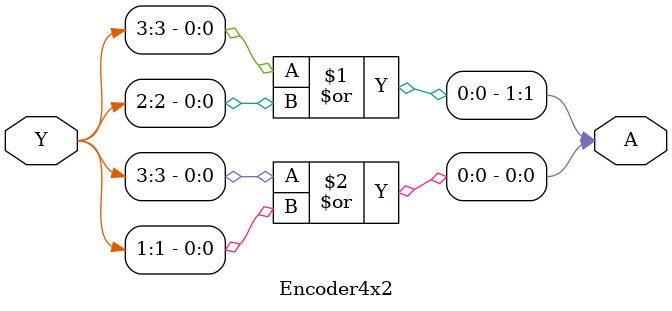
<source format=v>
module Encoder4x2(Y,A);

input [3:0]Y;
output [1:0]A;

or O1(A[1],Y[3],Y[2]);
or O2(A[0],Y[3],Y[1]);

endmodule

</source>
